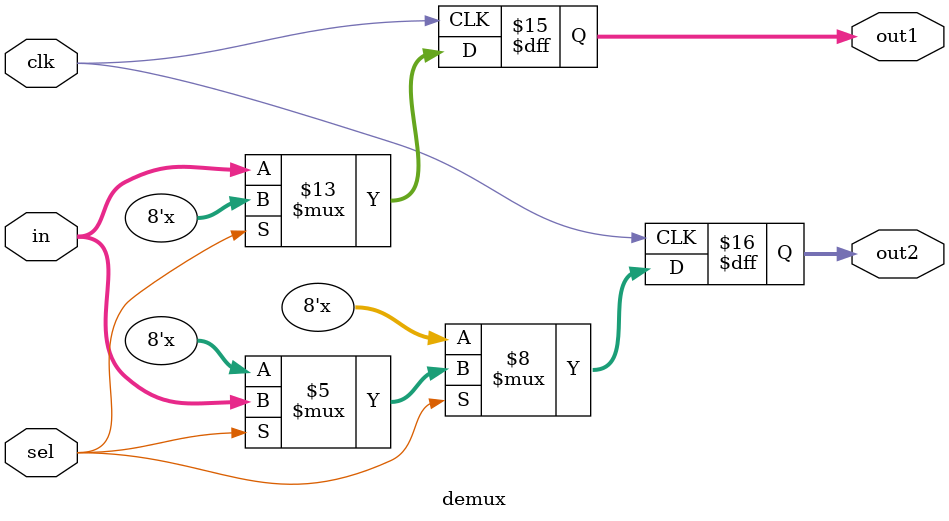
<source format=sv>
`timescale 1ns / 1ps


module demux(
        input logic clk,
        input logic sel,
        input logic[7:0] in,
        output logic[7:0] out1,
        output logic[7:0] out2
    );
    
    always_ff @(posedge clk) begin
        if(sel == 1'b0) begin
            out1 <= in;
            out2 <= 8'bx;        
        end else if(sel == 1'b1) begin
            out1 <= 8'bx;
            out2 <= in;
        end else begin
            out1 <= 8'bx;
            out2 <= 8'bx;
        end
    end
endmodule
</source>
